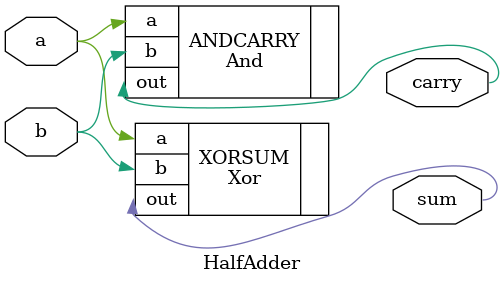
<source format=v>
/**
 * Computes the sum of two bits.
 */

`default_nettype none
module HalfAdder(
	input a,		// 1-bit input
	input b,		// 1-bit input
	output sum,	    // Right bit of a + b, which equals an XOR gate
	output carry	// Lef bit of a + b, which equals an AND gate
);

    Xor XORSUM(.out(sum),.a(a),.b(b));
    And ANDCARRY(.out(carry),.a(a),.b(b));

endmodule

</source>
